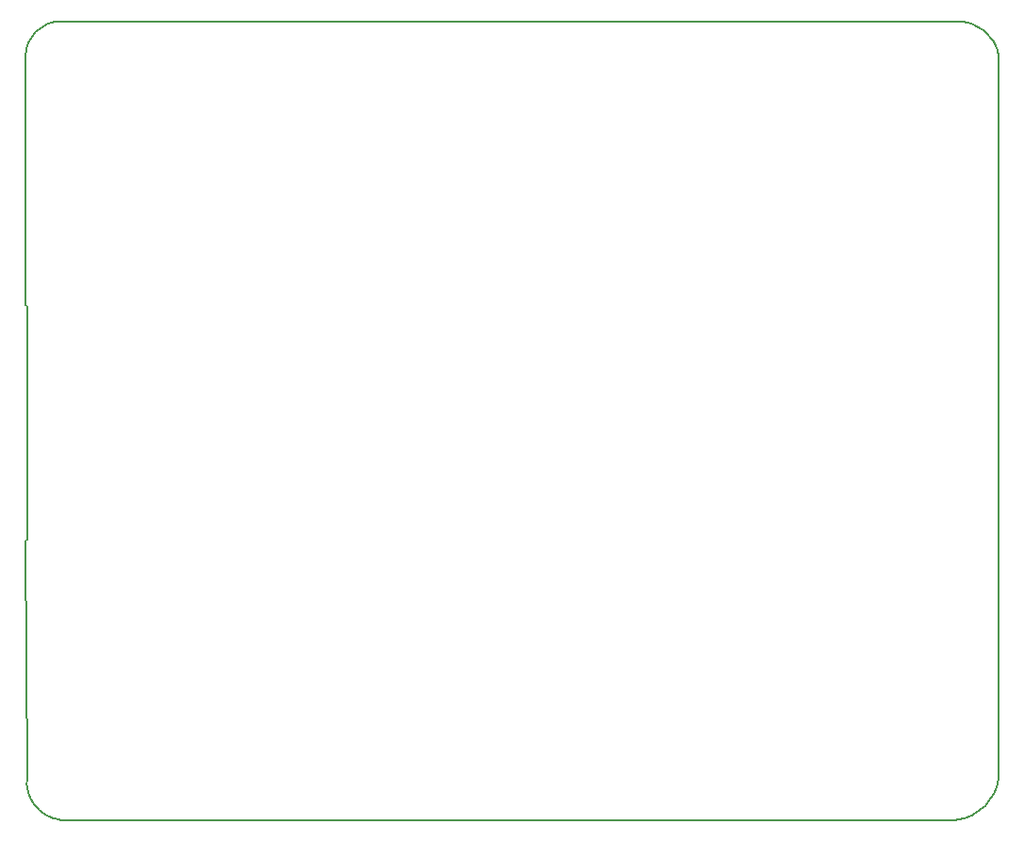
<source format=gko>
G04*
G04 #@! TF.GenerationSoftware,Altium Limited,Altium Designer,19.0.10 (269)*
G04*
G04 Layer_Color=16711935*
%FSLAX23Y23*%
%MOIN*%
G70*
G01*
G75*
%ADD12C,0.008*%
D12*
X4026Y2265D02*
G03*
X4144Y2114I135J-16D01*
G01*
X7314Y2114D02*
G03*
X7465Y2265I-17J168D01*
G01*
X7465Y4817D02*
G03*
X7315Y4940I-142J-21D01*
G01*
X4144Y4940D02*
G03*
X4021Y4817I0J-123D01*
G01*
X4021Y3937D02*
G03*
X4026Y3932I5J0D01*
G01*
Y3105D02*
G03*
X4021Y3100I0J-5D01*
G01*
X4144Y2114D02*
X7314D01*
X7465Y4817D02*
X7465Y2265D01*
X4144Y4940D02*
X7315Y4940D01*
X4021Y4817D02*
X4021Y3937D01*
X4026Y3105D02*
Y3932D01*
X4021Y3100D02*
X4026Y2265D01*
M02*

</source>
